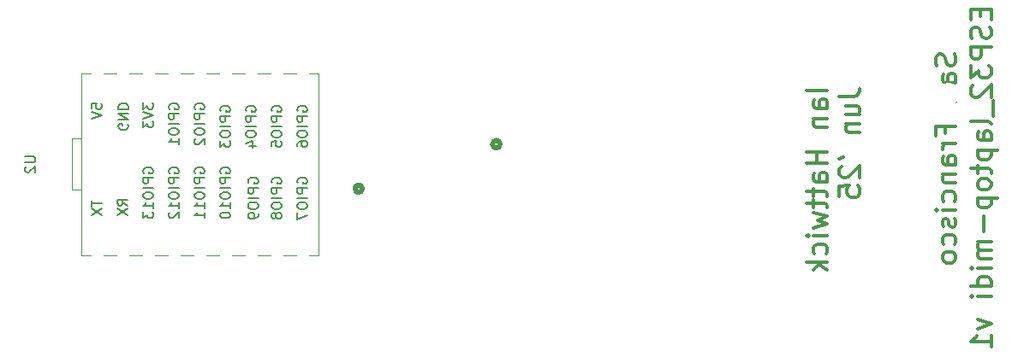
<source format=gbo>
G04 #@! TF.GenerationSoftware,KiCad,Pcbnew,8.0.7*
G04 #@! TF.CreationDate,2025-07-02T20:48:29-04:00*
G04 #@! TF.ProjectId,ESP32_laptop-midi,45535033-325f-46c6-9170-746f702d6d69,rev?*
G04 #@! TF.SameCoordinates,Original*
G04 #@! TF.FileFunction,Legend,Bot*
G04 #@! TF.FilePolarity,Positive*
%FSLAX46Y46*%
G04 Gerber Fmt 4.6, Leading zero omitted, Abs format (unit mm)*
G04 Created by KiCad (PCBNEW 8.0.7) date 2025-07-02 20:48:29*
%MOMM*%
%LPD*%
G01*
G04 APERTURE LIST*
G04 Aperture macros list*
%AMFreePoly0*
4,1,11,0.558779,3.080902,0.595106,3.030902,0.600000,3.000000,0.600000,-1.000000,-0.600000,-1.000000,-0.600000,3.000000,-0.580902,3.058779,-0.530902,3.095106,-0.500000,3.100000,0.500000,3.100000,0.558779,3.080902,0.558779,3.080902,$1*%
G04 Aperture macros list end*
%ADD10C,0.300000*%
%ADD11C,0.150000*%
%ADD12C,0.508000*%
%ADD13C,0.120000*%
%ADD14C,1.700000*%
%ADD15C,4.000000*%
%ADD16C,2.200000*%
%ADD17C,3.200000*%
%ADD18O,2.500000X3.500000*%
%ADD19C,1.524000*%
%ADD20FreePoly0,0.000000*%
%ADD21FreePoly0,180.000000*%
G04 APERTURE END LIST*
D10*
X227019750Y-33673558D02*
X225019750Y-33673558D01*
X227019750Y-35483082D02*
X225972131Y-35483082D01*
X225972131Y-35483082D02*
X225781654Y-35387844D01*
X225781654Y-35387844D02*
X225686416Y-35197368D01*
X225686416Y-35197368D02*
X225686416Y-34816415D01*
X225686416Y-34816415D02*
X225781654Y-34625939D01*
X226924512Y-35483082D02*
X227019750Y-35292606D01*
X227019750Y-35292606D02*
X227019750Y-34816415D01*
X227019750Y-34816415D02*
X226924512Y-34625939D01*
X226924512Y-34625939D02*
X226734035Y-34530701D01*
X226734035Y-34530701D02*
X226543559Y-34530701D01*
X226543559Y-34530701D02*
X226353083Y-34625939D01*
X226353083Y-34625939D02*
X226257845Y-34816415D01*
X226257845Y-34816415D02*
X226257845Y-35292606D01*
X226257845Y-35292606D02*
X226162607Y-35483082D01*
X225686416Y-36435463D02*
X227019750Y-36435463D01*
X225876892Y-36435463D02*
X225781654Y-36530701D01*
X225781654Y-36530701D02*
X225686416Y-36721177D01*
X225686416Y-36721177D02*
X225686416Y-37006892D01*
X225686416Y-37006892D02*
X225781654Y-37197368D01*
X225781654Y-37197368D02*
X225972131Y-37292606D01*
X225972131Y-37292606D02*
X227019750Y-37292606D01*
X227019750Y-39768797D02*
X225019750Y-39768797D01*
X225972131Y-39768797D02*
X225972131Y-40911654D01*
X227019750Y-40911654D02*
X225019750Y-40911654D01*
X227019750Y-42721178D02*
X225972131Y-42721178D01*
X225972131Y-42721178D02*
X225781654Y-42625940D01*
X225781654Y-42625940D02*
X225686416Y-42435464D01*
X225686416Y-42435464D02*
X225686416Y-42054511D01*
X225686416Y-42054511D02*
X225781654Y-41864035D01*
X226924512Y-42721178D02*
X227019750Y-42530702D01*
X227019750Y-42530702D02*
X227019750Y-42054511D01*
X227019750Y-42054511D02*
X226924512Y-41864035D01*
X226924512Y-41864035D02*
X226734035Y-41768797D01*
X226734035Y-41768797D02*
X226543559Y-41768797D01*
X226543559Y-41768797D02*
X226353083Y-41864035D01*
X226353083Y-41864035D02*
X226257845Y-42054511D01*
X226257845Y-42054511D02*
X226257845Y-42530702D01*
X226257845Y-42530702D02*
X226162607Y-42721178D01*
X225686416Y-43387845D02*
X225686416Y-44149749D01*
X225019750Y-43673559D02*
X226734035Y-43673559D01*
X226734035Y-43673559D02*
X226924512Y-43768797D01*
X226924512Y-43768797D02*
X227019750Y-43959273D01*
X227019750Y-43959273D02*
X227019750Y-44149749D01*
X225686416Y-44530702D02*
X225686416Y-45292606D01*
X225019750Y-44816416D02*
X226734035Y-44816416D01*
X226734035Y-44816416D02*
X226924512Y-44911654D01*
X226924512Y-44911654D02*
X227019750Y-45102130D01*
X227019750Y-45102130D02*
X227019750Y-45292606D01*
X225686416Y-45768797D02*
X227019750Y-46149749D01*
X227019750Y-46149749D02*
X226067369Y-46530702D01*
X226067369Y-46530702D02*
X227019750Y-46911654D01*
X227019750Y-46911654D02*
X225686416Y-47292606D01*
X227019750Y-48054511D02*
X225686416Y-48054511D01*
X225019750Y-48054511D02*
X225114988Y-47959273D01*
X225114988Y-47959273D02*
X225210226Y-48054511D01*
X225210226Y-48054511D02*
X225114988Y-48149749D01*
X225114988Y-48149749D02*
X225019750Y-48054511D01*
X225019750Y-48054511D02*
X225210226Y-48054511D01*
X226924512Y-49864035D02*
X227019750Y-49673559D01*
X227019750Y-49673559D02*
X227019750Y-49292606D01*
X227019750Y-49292606D02*
X226924512Y-49102130D01*
X226924512Y-49102130D02*
X226829273Y-49006892D01*
X226829273Y-49006892D02*
X226638797Y-48911654D01*
X226638797Y-48911654D02*
X226067369Y-48911654D01*
X226067369Y-48911654D02*
X225876892Y-49006892D01*
X225876892Y-49006892D02*
X225781654Y-49102130D01*
X225781654Y-49102130D02*
X225686416Y-49292606D01*
X225686416Y-49292606D02*
X225686416Y-49673559D01*
X225686416Y-49673559D02*
X225781654Y-49864035D01*
X227019750Y-50721178D02*
X225019750Y-50721178D01*
X226257845Y-50911654D02*
X227019750Y-51483083D01*
X225686416Y-51483083D02*
X226448321Y-50721178D01*
X228239638Y-34244987D02*
X229668209Y-34244987D01*
X229668209Y-34244987D02*
X229953923Y-34149748D01*
X229953923Y-34149748D02*
X230144400Y-33959272D01*
X230144400Y-33959272D02*
X230239638Y-33673558D01*
X230239638Y-33673558D02*
X230239638Y-33483082D01*
X228906304Y-36054511D02*
X230239638Y-36054511D01*
X228906304Y-35197368D02*
X229953923Y-35197368D01*
X229953923Y-35197368D02*
X230144400Y-35292606D01*
X230144400Y-35292606D02*
X230239638Y-35483082D01*
X230239638Y-35483082D02*
X230239638Y-35768797D01*
X230239638Y-35768797D02*
X230144400Y-35959273D01*
X230144400Y-35959273D02*
X230049161Y-36054511D01*
X228906304Y-37006892D02*
X230239638Y-37006892D01*
X229096780Y-37006892D02*
X229001542Y-37102130D01*
X229001542Y-37102130D02*
X228906304Y-37292606D01*
X228906304Y-37292606D02*
X228906304Y-37578321D01*
X228906304Y-37578321D02*
X229001542Y-37768797D01*
X229001542Y-37768797D02*
X229192019Y-37864035D01*
X229192019Y-37864035D02*
X230239638Y-37864035D01*
X228239638Y-40435464D02*
X228620590Y-40244988D01*
X228430114Y-41197369D02*
X228334876Y-41292607D01*
X228334876Y-41292607D02*
X228239638Y-41483083D01*
X228239638Y-41483083D02*
X228239638Y-41959274D01*
X228239638Y-41959274D02*
X228334876Y-42149750D01*
X228334876Y-42149750D02*
X228430114Y-42244988D01*
X228430114Y-42244988D02*
X228620590Y-42340226D01*
X228620590Y-42340226D02*
X228811066Y-42340226D01*
X228811066Y-42340226D02*
X229096780Y-42244988D01*
X229096780Y-42244988D02*
X230239638Y-41102131D01*
X230239638Y-41102131D02*
X230239638Y-42340226D01*
X228239638Y-44149750D02*
X228239638Y-43197369D01*
X228239638Y-43197369D02*
X229192019Y-43102131D01*
X229192019Y-43102131D02*
X229096780Y-43197369D01*
X229096780Y-43197369D02*
X229001542Y-43387845D01*
X229001542Y-43387845D02*
X229001542Y-43864036D01*
X229001542Y-43864036D02*
X229096780Y-44054512D01*
X229096780Y-44054512D02*
X229192019Y-44149750D01*
X229192019Y-44149750D02*
X229382495Y-44244988D01*
X229382495Y-44244988D02*
X229858685Y-44244988D01*
X229858685Y-44244988D02*
X230049161Y-44149750D01*
X230049161Y-44149750D02*
X230144400Y-44054512D01*
X230144400Y-44054512D02*
X230239638Y-43864036D01*
X230239638Y-43864036D02*
X230239638Y-43387845D01*
X230239638Y-43387845D02*
X230144400Y-43197369D01*
X230144400Y-43197369D02*
X230049161Y-43102131D01*
X239644400Y-30078320D02*
X239739638Y-30364034D01*
X239739638Y-30364034D02*
X239739638Y-30840225D01*
X239739638Y-30840225D02*
X239644400Y-31030701D01*
X239644400Y-31030701D02*
X239549161Y-31125939D01*
X239549161Y-31125939D02*
X239358685Y-31221177D01*
X239358685Y-31221177D02*
X239168209Y-31221177D01*
X239168209Y-31221177D02*
X238977733Y-31125939D01*
X238977733Y-31125939D02*
X238882495Y-31030701D01*
X238882495Y-31030701D02*
X238787257Y-30840225D01*
X238787257Y-30840225D02*
X238692019Y-30459272D01*
X238692019Y-30459272D02*
X238596780Y-30268796D01*
X238596780Y-30268796D02*
X238501542Y-30173558D01*
X238501542Y-30173558D02*
X238311066Y-30078320D01*
X238311066Y-30078320D02*
X238120590Y-30078320D01*
X238120590Y-30078320D02*
X237930114Y-30173558D01*
X237930114Y-30173558D02*
X237834876Y-30268796D01*
X237834876Y-30268796D02*
X237739638Y-30459272D01*
X237739638Y-30459272D02*
X237739638Y-30935463D01*
X237739638Y-30935463D02*
X237834876Y-31221177D01*
X239739638Y-32935463D02*
X238692019Y-32935463D01*
X238692019Y-32935463D02*
X238501542Y-32840225D01*
X238501542Y-32840225D02*
X238406304Y-32649749D01*
X238406304Y-32649749D02*
X238406304Y-32268796D01*
X238406304Y-32268796D02*
X238501542Y-32078320D01*
X239644400Y-32935463D02*
X239739638Y-32744987D01*
X239739638Y-32744987D02*
X239739638Y-32268796D01*
X239739638Y-32268796D02*
X239644400Y-32078320D01*
X239644400Y-32078320D02*
X239453923Y-31983082D01*
X239453923Y-31983082D02*
X239263447Y-31983082D01*
X239263447Y-31983082D02*
X239072971Y-32078320D01*
X239072971Y-32078320D02*
X238977733Y-32268796D01*
X238977733Y-32268796D02*
X238977733Y-32744987D01*
X238977733Y-32744987D02*
X238882495Y-32935463D01*
X238406304Y-33887844D02*
X239739638Y-33887844D01*
X238596780Y-33887844D02*
X238501542Y-33983082D01*
X238501542Y-33983082D02*
X238406304Y-34173558D01*
X238406304Y-34173558D02*
X238406304Y-34459273D01*
X238406304Y-34459273D02*
X238501542Y-34649749D01*
X238501542Y-34649749D02*
X238692019Y-34744987D01*
X238692019Y-34744987D02*
X239739638Y-34744987D01*
X238692019Y-37887845D02*
X238692019Y-37221178D01*
X239739638Y-37221178D02*
X237739638Y-37221178D01*
X237739638Y-37221178D02*
X237739638Y-38173559D01*
X239739638Y-38935464D02*
X238406304Y-38935464D01*
X238787257Y-38935464D02*
X238596780Y-39030702D01*
X238596780Y-39030702D02*
X238501542Y-39125940D01*
X238501542Y-39125940D02*
X238406304Y-39316416D01*
X238406304Y-39316416D02*
X238406304Y-39506893D01*
X239739638Y-41030702D02*
X238692019Y-41030702D01*
X238692019Y-41030702D02*
X238501542Y-40935464D01*
X238501542Y-40935464D02*
X238406304Y-40744988D01*
X238406304Y-40744988D02*
X238406304Y-40364035D01*
X238406304Y-40364035D02*
X238501542Y-40173559D01*
X239644400Y-41030702D02*
X239739638Y-40840226D01*
X239739638Y-40840226D02*
X239739638Y-40364035D01*
X239739638Y-40364035D02*
X239644400Y-40173559D01*
X239644400Y-40173559D02*
X239453923Y-40078321D01*
X239453923Y-40078321D02*
X239263447Y-40078321D01*
X239263447Y-40078321D02*
X239072971Y-40173559D01*
X239072971Y-40173559D02*
X238977733Y-40364035D01*
X238977733Y-40364035D02*
X238977733Y-40840226D01*
X238977733Y-40840226D02*
X238882495Y-41030702D01*
X238406304Y-41983083D02*
X239739638Y-41983083D01*
X238596780Y-41983083D02*
X238501542Y-42078321D01*
X238501542Y-42078321D02*
X238406304Y-42268797D01*
X238406304Y-42268797D02*
X238406304Y-42554512D01*
X238406304Y-42554512D02*
X238501542Y-42744988D01*
X238501542Y-42744988D02*
X238692019Y-42840226D01*
X238692019Y-42840226D02*
X239739638Y-42840226D01*
X239644400Y-44649750D02*
X239739638Y-44459274D01*
X239739638Y-44459274D02*
X239739638Y-44078321D01*
X239739638Y-44078321D02*
X239644400Y-43887845D01*
X239644400Y-43887845D02*
X239549161Y-43792607D01*
X239549161Y-43792607D02*
X239358685Y-43697369D01*
X239358685Y-43697369D02*
X238787257Y-43697369D01*
X238787257Y-43697369D02*
X238596780Y-43792607D01*
X238596780Y-43792607D02*
X238501542Y-43887845D01*
X238501542Y-43887845D02*
X238406304Y-44078321D01*
X238406304Y-44078321D02*
X238406304Y-44459274D01*
X238406304Y-44459274D02*
X238501542Y-44649750D01*
X239739638Y-45506893D02*
X238406304Y-45506893D01*
X237739638Y-45506893D02*
X237834876Y-45411655D01*
X237834876Y-45411655D02*
X237930114Y-45506893D01*
X237930114Y-45506893D02*
X237834876Y-45602131D01*
X237834876Y-45602131D02*
X237739638Y-45506893D01*
X237739638Y-45506893D02*
X237930114Y-45506893D01*
X239644400Y-46364036D02*
X239739638Y-46554512D01*
X239739638Y-46554512D02*
X239739638Y-46935464D01*
X239739638Y-46935464D02*
X239644400Y-47125941D01*
X239644400Y-47125941D02*
X239453923Y-47221179D01*
X239453923Y-47221179D02*
X239358685Y-47221179D01*
X239358685Y-47221179D02*
X239168209Y-47125941D01*
X239168209Y-47125941D02*
X239072971Y-46935464D01*
X239072971Y-46935464D02*
X239072971Y-46649750D01*
X239072971Y-46649750D02*
X238977733Y-46459274D01*
X238977733Y-46459274D02*
X238787257Y-46364036D01*
X238787257Y-46364036D02*
X238692019Y-46364036D01*
X238692019Y-46364036D02*
X238501542Y-46459274D01*
X238501542Y-46459274D02*
X238406304Y-46649750D01*
X238406304Y-46649750D02*
X238406304Y-46935464D01*
X238406304Y-46935464D02*
X238501542Y-47125941D01*
X239644400Y-48935465D02*
X239739638Y-48744989D01*
X239739638Y-48744989D02*
X239739638Y-48364036D01*
X239739638Y-48364036D02*
X239644400Y-48173560D01*
X239644400Y-48173560D02*
X239549161Y-48078322D01*
X239549161Y-48078322D02*
X239358685Y-47983084D01*
X239358685Y-47983084D02*
X238787257Y-47983084D01*
X238787257Y-47983084D02*
X238596780Y-48078322D01*
X238596780Y-48078322D02*
X238501542Y-48173560D01*
X238501542Y-48173560D02*
X238406304Y-48364036D01*
X238406304Y-48364036D02*
X238406304Y-48744989D01*
X238406304Y-48744989D02*
X238501542Y-48935465D01*
X239739638Y-50078322D02*
X239644400Y-49887846D01*
X239644400Y-49887846D02*
X239549161Y-49792608D01*
X239549161Y-49792608D02*
X239358685Y-49697370D01*
X239358685Y-49697370D02*
X238787257Y-49697370D01*
X238787257Y-49697370D02*
X238596780Y-49792608D01*
X238596780Y-49792608D02*
X238501542Y-49887846D01*
X238501542Y-49887846D02*
X238406304Y-50078322D01*
X238406304Y-50078322D02*
X238406304Y-50364037D01*
X238406304Y-50364037D02*
X238501542Y-50554513D01*
X238501542Y-50554513D02*
X238596780Y-50649751D01*
X238596780Y-50649751D02*
X238787257Y-50744989D01*
X238787257Y-50744989D02*
X239358685Y-50744989D01*
X239358685Y-50744989D02*
X239549161Y-50649751D01*
X239549161Y-50649751D02*
X239644400Y-50554513D01*
X239644400Y-50554513D02*
X239739638Y-50364037D01*
X239739638Y-50364037D02*
X239739638Y-50078322D01*
X242192019Y-25673558D02*
X242192019Y-26340225D01*
X243239638Y-26625939D02*
X243239638Y-25673558D01*
X243239638Y-25673558D02*
X241239638Y-25673558D01*
X241239638Y-25673558D02*
X241239638Y-26625939D01*
X243144400Y-27387844D02*
X243239638Y-27673558D01*
X243239638Y-27673558D02*
X243239638Y-28149749D01*
X243239638Y-28149749D02*
X243144400Y-28340225D01*
X243144400Y-28340225D02*
X243049161Y-28435463D01*
X243049161Y-28435463D02*
X242858685Y-28530701D01*
X242858685Y-28530701D02*
X242668209Y-28530701D01*
X242668209Y-28530701D02*
X242477733Y-28435463D01*
X242477733Y-28435463D02*
X242382495Y-28340225D01*
X242382495Y-28340225D02*
X242287257Y-28149749D01*
X242287257Y-28149749D02*
X242192019Y-27768796D01*
X242192019Y-27768796D02*
X242096780Y-27578320D01*
X242096780Y-27578320D02*
X242001542Y-27483082D01*
X242001542Y-27483082D02*
X241811066Y-27387844D01*
X241811066Y-27387844D02*
X241620590Y-27387844D01*
X241620590Y-27387844D02*
X241430114Y-27483082D01*
X241430114Y-27483082D02*
X241334876Y-27578320D01*
X241334876Y-27578320D02*
X241239638Y-27768796D01*
X241239638Y-27768796D02*
X241239638Y-28244987D01*
X241239638Y-28244987D02*
X241334876Y-28530701D01*
X243239638Y-29387844D02*
X241239638Y-29387844D01*
X241239638Y-29387844D02*
X241239638Y-30149749D01*
X241239638Y-30149749D02*
X241334876Y-30340225D01*
X241334876Y-30340225D02*
X241430114Y-30435463D01*
X241430114Y-30435463D02*
X241620590Y-30530701D01*
X241620590Y-30530701D02*
X241906304Y-30530701D01*
X241906304Y-30530701D02*
X242096780Y-30435463D01*
X242096780Y-30435463D02*
X242192019Y-30340225D01*
X242192019Y-30340225D02*
X242287257Y-30149749D01*
X242287257Y-30149749D02*
X242287257Y-29387844D01*
X241239638Y-31197368D02*
X241239638Y-32435463D01*
X241239638Y-32435463D02*
X242001542Y-31768796D01*
X242001542Y-31768796D02*
X242001542Y-32054511D01*
X242001542Y-32054511D02*
X242096780Y-32244987D01*
X242096780Y-32244987D02*
X242192019Y-32340225D01*
X242192019Y-32340225D02*
X242382495Y-32435463D01*
X242382495Y-32435463D02*
X242858685Y-32435463D01*
X242858685Y-32435463D02*
X243049161Y-32340225D01*
X243049161Y-32340225D02*
X243144400Y-32244987D01*
X243144400Y-32244987D02*
X243239638Y-32054511D01*
X243239638Y-32054511D02*
X243239638Y-31483082D01*
X243239638Y-31483082D02*
X243144400Y-31292606D01*
X243144400Y-31292606D02*
X243049161Y-31197368D01*
X241430114Y-33197368D02*
X241334876Y-33292606D01*
X241334876Y-33292606D02*
X241239638Y-33483082D01*
X241239638Y-33483082D02*
X241239638Y-33959273D01*
X241239638Y-33959273D02*
X241334876Y-34149749D01*
X241334876Y-34149749D02*
X241430114Y-34244987D01*
X241430114Y-34244987D02*
X241620590Y-34340225D01*
X241620590Y-34340225D02*
X241811066Y-34340225D01*
X241811066Y-34340225D02*
X242096780Y-34244987D01*
X242096780Y-34244987D02*
X243239638Y-33102130D01*
X243239638Y-33102130D02*
X243239638Y-34340225D01*
X243430114Y-34721178D02*
X243430114Y-36244987D01*
X243239638Y-37006892D02*
X243144400Y-36816416D01*
X243144400Y-36816416D02*
X242953923Y-36721178D01*
X242953923Y-36721178D02*
X241239638Y-36721178D01*
X243239638Y-38625940D02*
X242192019Y-38625940D01*
X242192019Y-38625940D02*
X242001542Y-38530702D01*
X242001542Y-38530702D02*
X241906304Y-38340226D01*
X241906304Y-38340226D02*
X241906304Y-37959273D01*
X241906304Y-37959273D02*
X242001542Y-37768797D01*
X243144400Y-38625940D02*
X243239638Y-38435464D01*
X243239638Y-38435464D02*
X243239638Y-37959273D01*
X243239638Y-37959273D02*
X243144400Y-37768797D01*
X243144400Y-37768797D02*
X242953923Y-37673559D01*
X242953923Y-37673559D02*
X242763447Y-37673559D01*
X242763447Y-37673559D02*
X242572971Y-37768797D01*
X242572971Y-37768797D02*
X242477733Y-37959273D01*
X242477733Y-37959273D02*
X242477733Y-38435464D01*
X242477733Y-38435464D02*
X242382495Y-38625940D01*
X241906304Y-39578321D02*
X243906304Y-39578321D01*
X242001542Y-39578321D02*
X241906304Y-39768797D01*
X241906304Y-39768797D02*
X241906304Y-40149750D01*
X241906304Y-40149750D02*
X242001542Y-40340226D01*
X242001542Y-40340226D02*
X242096780Y-40435464D01*
X242096780Y-40435464D02*
X242287257Y-40530702D01*
X242287257Y-40530702D02*
X242858685Y-40530702D01*
X242858685Y-40530702D02*
X243049161Y-40435464D01*
X243049161Y-40435464D02*
X243144400Y-40340226D01*
X243144400Y-40340226D02*
X243239638Y-40149750D01*
X243239638Y-40149750D02*
X243239638Y-39768797D01*
X243239638Y-39768797D02*
X243144400Y-39578321D01*
X241906304Y-41102131D02*
X241906304Y-41864035D01*
X241239638Y-41387845D02*
X242953923Y-41387845D01*
X242953923Y-41387845D02*
X243144400Y-41483083D01*
X243144400Y-41483083D02*
X243239638Y-41673559D01*
X243239638Y-41673559D02*
X243239638Y-41864035D01*
X243239638Y-42816416D02*
X243144400Y-42625940D01*
X243144400Y-42625940D02*
X243049161Y-42530702D01*
X243049161Y-42530702D02*
X242858685Y-42435464D01*
X242858685Y-42435464D02*
X242287257Y-42435464D01*
X242287257Y-42435464D02*
X242096780Y-42530702D01*
X242096780Y-42530702D02*
X242001542Y-42625940D01*
X242001542Y-42625940D02*
X241906304Y-42816416D01*
X241906304Y-42816416D02*
X241906304Y-43102131D01*
X241906304Y-43102131D02*
X242001542Y-43292607D01*
X242001542Y-43292607D02*
X242096780Y-43387845D01*
X242096780Y-43387845D02*
X242287257Y-43483083D01*
X242287257Y-43483083D02*
X242858685Y-43483083D01*
X242858685Y-43483083D02*
X243049161Y-43387845D01*
X243049161Y-43387845D02*
X243144400Y-43292607D01*
X243144400Y-43292607D02*
X243239638Y-43102131D01*
X243239638Y-43102131D02*
X243239638Y-42816416D01*
X241906304Y-44340226D02*
X243906304Y-44340226D01*
X242001542Y-44340226D02*
X241906304Y-44530702D01*
X241906304Y-44530702D02*
X241906304Y-44911655D01*
X241906304Y-44911655D02*
X242001542Y-45102131D01*
X242001542Y-45102131D02*
X242096780Y-45197369D01*
X242096780Y-45197369D02*
X242287257Y-45292607D01*
X242287257Y-45292607D02*
X242858685Y-45292607D01*
X242858685Y-45292607D02*
X243049161Y-45197369D01*
X243049161Y-45197369D02*
X243144400Y-45102131D01*
X243144400Y-45102131D02*
X243239638Y-44911655D01*
X243239638Y-44911655D02*
X243239638Y-44530702D01*
X243239638Y-44530702D02*
X243144400Y-44340226D01*
X242477733Y-46149750D02*
X242477733Y-47673560D01*
X243239638Y-48625940D02*
X241906304Y-48625940D01*
X242096780Y-48625940D02*
X242001542Y-48721178D01*
X242001542Y-48721178D02*
X241906304Y-48911654D01*
X241906304Y-48911654D02*
X241906304Y-49197369D01*
X241906304Y-49197369D02*
X242001542Y-49387845D01*
X242001542Y-49387845D02*
X242192019Y-49483083D01*
X242192019Y-49483083D02*
X243239638Y-49483083D01*
X242192019Y-49483083D02*
X242001542Y-49578321D01*
X242001542Y-49578321D02*
X241906304Y-49768797D01*
X241906304Y-49768797D02*
X241906304Y-50054511D01*
X241906304Y-50054511D02*
X242001542Y-50244988D01*
X242001542Y-50244988D02*
X242192019Y-50340226D01*
X242192019Y-50340226D02*
X243239638Y-50340226D01*
X243239638Y-51292607D02*
X241906304Y-51292607D01*
X241239638Y-51292607D02*
X241334876Y-51197369D01*
X241334876Y-51197369D02*
X241430114Y-51292607D01*
X241430114Y-51292607D02*
X241334876Y-51387845D01*
X241334876Y-51387845D02*
X241239638Y-51292607D01*
X241239638Y-51292607D02*
X241430114Y-51292607D01*
X243239638Y-53102131D02*
X241239638Y-53102131D01*
X243144400Y-53102131D02*
X243239638Y-52911655D01*
X243239638Y-52911655D02*
X243239638Y-52530702D01*
X243239638Y-52530702D02*
X243144400Y-52340226D01*
X243144400Y-52340226D02*
X243049161Y-52244988D01*
X243049161Y-52244988D02*
X242858685Y-52149750D01*
X242858685Y-52149750D02*
X242287257Y-52149750D01*
X242287257Y-52149750D02*
X242096780Y-52244988D01*
X242096780Y-52244988D02*
X242001542Y-52340226D01*
X242001542Y-52340226D02*
X241906304Y-52530702D01*
X241906304Y-52530702D02*
X241906304Y-52911655D01*
X241906304Y-52911655D02*
X242001542Y-53102131D01*
X243239638Y-54054512D02*
X241906304Y-54054512D01*
X241239638Y-54054512D02*
X241334876Y-53959274D01*
X241334876Y-53959274D02*
X241430114Y-54054512D01*
X241430114Y-54054512D02*
X241334876Y-54149750D01*
X241334876Y-54149750D02*
X241239638Y-54054512D01*
X241239638Y-54054512D02*
X241430114Y-54054512D01*
X241906304Y-56340227D02*
X243239638Y-56816417D01*
X243239638Y-56816417D02*
X241906304Y-57292608D01*
X243239638Y-59102132D02*
X243239638Y-57959275D01*
X243239638Y-58530703D02*
X241239638Y-58530703D01*
X241239638Y-58530703D02*
X241525352Y-58340227D01*
X241525352Y-58340227D02*
X241715828Y-58149751D01*
X241715828Y-58149751D02*
X241811066Y-57959275D01*
D11*
X147714819Y-40238095D02*
X148524342Y-40238095D01*
X148524342Y-40238095D02*
X148619580Y-40285714D01*
X148619580Y-40285714D02*
X148667200Y-40333333D01*
X148667200Y-40333333D02*
X148714819Y-40428571D01*
X148714819Y-40428571D02*
X148714819Y-40619047D01*
X148714819Y-40619047D02*
X148667200Y-40714285D01*
X148667200Y-40714285D02*
X148619580Y-40761904D01*
X148619580Y-40761904D02*
X148524342Y-40809523D01*
X148524342Y-40809523D02*
X147714819Y-40809523D01*
X147810057Y-41238095D02*
X147762438Y-41285714D01*
X147762438Y-41285714D02*
X147714819Y-41380952D01*
X147714819Y-41380952D02*
X147714819Y-41619047D01*
X147714819Y-41619047D02*
X147762438Y-41714285D01*
X147762438Y-41714285D02*
X147810057Y-41761904D01*
X147810057Y-41761904D02*
X147905295Y-41809523D01*
X147905295Y-41809523D02*
X148000533Y-41809523D01*
X148000533Y-41809523D02*
X148143390Y-41761904D01*
X148143390Y-41761904D02*
X148714819Y-41190476D01*
X148714819Y-41190476D02*
X148714819Y-41809523D01*
X154294819Y-44592267D02*
X154294819Y-45163695D01*
X155294819Y-44877981D02*
X154294819Y-44877981D01*
X154294819Y-45401791D02*
X155294819Y-46068457D01*
X154294819Y-46068457D02*
X155294819Y-45401791D01*
X154294819Y-35462969D02*
X154294819Y-34986779D01*
X154294819Y-34986779D02*
X154771009Y-34939160D01*
X154771009Y-34939160D02*
X154723390Y-34986779D01*
X154723390Y-34986779D02*
X154675771Y-35082017D01*
X154675771Y-35082017D02*
X154675771Y-35320112D01*
X154675771Y-35320112D02*
X154723390Y-35415350D01*
X154723390Y-35415350D02*
X154771009Y-35462969D01*
X154771009Y-35462969D02*
X154866247Y-35510588D01*
X154866247Y-35510588D02*
X155104342Y-35510588D01*
X155104342Y-35510588D02*
X155199580Y-35462969D01*
X155199580Y-35462969D02*
X155247200Y-35415350D01*
X155247200Y-35415350D02*
X155294819Y-35320112D01*
X155294819Y-35320112D02*
X155294819Y-35082017D01*
X155294819Y-35082017D02*
X155247200Y-34986779D01*
X155247200Y-34986779D02*
X155199580Y-34939160D01*
X154294819Y-35796303D02*
X155294819Y-36129636D01*
X155294819Y-36129636D02*
X154294819Y-36462969D01*
X164502438Y-35510588D02*
X164454819Y-35415350D01*
X164454819Y-35415350D02*
X164454819Y-35272493D01*
X164454819Y-35272493D02*
X164502438Y-35129636D01*
X164502438Y-35129636D02*
X164597676Y-35034398D01*
X164597676Y-35034398D02*
X164692914Y-34986779D01*
X164692914Y-34986779D02*
X164883390Y-34939160D01*
X164883390Y-34939160D02*
X165026247Y-34939160D01*
X165026247Y-34939160D02*
X165216723Y-34986779D01*
X165216723Y-34986779D02*
X165311961Y-35034398D01*
X165311961Y-35034398D02*
X165407200Y-35129636D01*
X165407200Y-35129636D02*
X165454819Y-35272493D01*
X165454819Y-35272493D02*
X165454819Y-35367731D01*
X165454819Y-35367731D02*
X165407200Y-35510588D01*
X165407200Y-35510588D02*
X165359580Y-35558207D01*
X165359580Y-35558207D02*
X165026247Y-35558207D01*
X165026247Y-35558207D02*
X165026247Y-35367731D01*
X165454819Y-35986779D02*
X164454819Y-35986779D01*
X164454819Y-35986779D02*
X164454819Y-36367731D01*
X164454819Y-36367731D02*
X164502438Y-36462969D01*
X164502438Y-36462969D02*
X164550057Y-36510588D01*
X164550057Y-36510588D02*
X164645295Y-36558207D01*
X164645295Y-36558207D02*
X164788152Y-36558207D01*
X164788152Y-36558207D02*
X164883390Y-36510588D01*
X164883390Y-36510588D02*
X164931009Y-36462969D01*
X164931009Y-36462969D02*
X164978628Y-36367731D01*
X164978628Y-36367731D02*
X164978628Y-35986779D01*
X165454819Y-36986779D02*
X164454819Y-36986779D01*
X164454819Y-37653445D02*
X164454819Y-37843921D01*
X164454819Y-37843921D02*
X164502438Y-37939159D01*
X164502438Y-37939159D02*
X164597676Y-38034397D01*
X164597676Y-38034397D02*
X164788152Y-38082016D01*
X164788152Y-38082016D02*
X165121485Y-38082016D01*
X165121485Y-38082016D02*
X165311961Y-38034397D01*
X165311961Y-38034397D02*
X165407200Y-37939159D01*
X165407200Y-37939159D02*
X165454819Y-37843921D01*
X165454819Y-37843921D02*
X165454819Y-37653445D01*
X165454819Y-37653445D02*
X165407200Y-37558207D01*
X165407200Y-37558207D02*
X165311961Y-37462969D01*
X165311961Y-37462969D02*
X165121485Y-37415350D01*
X165121485Y-37415350D02*
X164788152Y-37415350D01*
X164788152Y-37415350D02*
X164597676Y-37462969D01*
X164597676Y-37462969D02*
X164502438Y-37558207D01*
X164502438Y-37558207D02*
X164454819Y-37653445D01*
X164550057Y-38462969D02*
X164502438Y-38510588D01*
X164502438Y-38510588D02*
X164454819Y-38605826D01*
X164454819Y-38605826D02*
X164454819Y-38843921D01*
X164454819Y-38843921D02*
X164502438Y-38939159D01*
X164502438Y-38939159D02*
X164550057Y-38986778D01*
X164550057Y-38986778D02*
X164645295Y-39034397D01*
X164645295Y-39034397D02*
X164740533Y-39034397D01*
X164740533Y-39034397D02*
X164883390Y-38986778D01*
X164883390Y-38986778D02*
X165454819Y-38415350D01*
X165454819Y-38415350D02*
X165454819Y-39034397D01*
X157834819Y-45068457D02*
X157358628Y-44735124D01*
X157834819Y-44497029D02*
X156834819Y-44497029D01*
X156834819Y-44497029D02*
X156834819Y-44877981D01*
X156834819Y-44877981D02*
X156882438Y-44973219D01*
X156882438Y-44973219D02*
X156930057Y-45020838D01*
X156930057Y-45020838D02*
X157025295Y-45068457D01*
X157025295Y-45068457D02*
X157168152Y-45068457D01*
X157168152Y-45068457D02*
X157263390Y-45020838D01*
X157263390Y-45020838D02*
X157311009Y-44973219D01*
X157311009Y-44973219D02*
X157358628Y-44877981D01*
X157358628Y-44877981D02*
X157358628Y-44497029D01*
X156834819Y-45401791D02*
X157834819Y-46068457D01*
X156834819Y-46068457D02*
X157834819Y-45401791D01*
X157877561Y-37034398D02*
X157925180Y-37129636D01*
X157925180Y-37129636D02*
X157925180Y-37272493D01*
X157925180Y-37272493D02*
X157877561Y-37415350D01*
X157877561Y-37415350D02*
X157782323Y-37510588D01*
X157782323Y-37510588D02*
X157687085Y-37558207D01*
X157687085Y-37558207D02*
X157496609Y-37605826D01*
X157496609Y-37605826D02*
X157353752Y-37605826D01*
X157353752Y-37605826D02*
X157163276Y-37558207D01*
X157163276Y-37558207D02*
X157068038Y-37510588D01*
X157068038Y-37510588D02*
X156972800Y-37415350D01*
X156972800Y-37415350D02*
X156925180Y-37272493D01*
X156925180Y-37272493D02*
X156925180Y-37177255D01*
X156925180Y-37177255D02*
X156972800Y-37034398D01*
X156972800Y-37034398D02*
X157020419Y-36986779D01*
X157020419Y-36986779D02*
X157353752Y-36986779D01*
X157353752Y-36986779D02*
X157353752Y-37177255D01*
X156925180Y-36558207D02*
X157925180Y-36558207D01*
X157925180Y-36558207D02*
X156925180Y-35986779D01*
X156925180Y-35986779D02*
X157925180Y-35986779D01*
X156925180Y-35510588D02*
X157925180Y-35510588D01*
X157925180Y-35510588D02*
X157925180Y-35272493D01*
X157925180Y-35272493D02*
X157877561Y-35129636D01*
X157877561Y-35129636D02*
X157782323Y-35034398D01*
X157782323Y-35034398D02*
X157687085Y-34986779D01*
X157687085Y-34986779D02*
X157496609Y-34939160D01*
X157496609Y-34939160D02*
X157353752Y-34939160D01*
X157353752Y-34939160D02*
X157163276Y-34986779D01*
X157163276Y-34986779D02*
X157068038Y-35034398D01*
X157068038Y-35034398D02*
X156972800Y-35129636D01*
X156972800Y-35129636D02*
X156925180Y-35272493D01*
X156925180Y-35272493D02*
X156925180Y-35510588D01*
X169812437Y-42860588D02*
X169764818Y-42765350D01*
X169764818Y-42765350D02*
X169764818Y-42622493D01*
X169764818Y-42622493D02*
X169812437Y-42479636D01*
X169812437Y-42479636D02*
X169907675Y-42384398D01*
X169907675Y-42384398D02*
X170002913Y-42336779D01*
X170002913Y-42336779D02*
X170193389Y-42289160D01*
X170193389Y-42289160D02*
X170336246Y-42289160D01*
X170336246Y-42289160D02*
X170526722Y-42336779D01*
X170526722Y-42336779D02*
X170621960Y-42384398D01*
X170621960Y-42384398D02*
X170717199Y-42479636D01*
X170717199Y-42479636D02*
X170764818Y-42622493D01*
X170764818Y-42622493D02*
X170764818Y-42717731D01*
X170764818Y-42717731D02*
X170717199Y-42860588D01*
X170717199Y-42860588D02*
X170669579Y-42908207D01*
X170669579Y-42908207D02*
X170336246Y-42908207D01*
X170336246Y-42908207D02*
X170336246Y-42717731D01*
X170764818Y-43336779D02*
X169764818Y-43336779D01*
X169764818Y-43336779D02*
X169764818Y-43717731D01*
X169764818Y-43717731D02*
X169812437Y-43812969D01*
X169812437Y-43812969D02*
X169860056Y-43860588D01*
X169860056Y-43860588D02*
X169955294Y-43908207D01*
X169955294Y-43908207D02*
X170098151Y-43908207D01*
X170098151Y-43908207D02*
X170193389Y-43860588D01*
X170193389Y-43860588D02*
X170241008Y-43812969D01*
X170241008Y-43812969D02*
X170288627Y-43717731D01*
X170288627Y-43717731D02*
X170288627Y-43336779D01*
X170764818Y-44336779D02*
X169764818Y-44336779D01*
X169764818Y-45003445D02*
X169764818Y-45193921D01*
X169764818Y-45193921D02*
X169812437Y-45289159D01*
X169812437Y-45289159D02*
X169907675Y-45384397D01*
X169907675Y-45384397D02*
X170098151Y-45432016D01*
X170098151Y-45432016D02*
X170431484Y-45432016D01*
X170431484Y-45432016D02*
X170621960Y-45384397D01*
X170621960Y-45384397D02*
X170717199Y-45289159D01*
X170717199Y-45289159D02*
X170764818Y-45193921D01*
X170764818Y-45193921D02*
X170764818Y-45003445D01*
X170764818Y-45003445D02*
X170717199Y-44908207D01*
X170717199Y-44908207D02*
X170621960Y-44812969D01*
X170621960Y-44812969D02*
X170431484Y-44765350D01*
X170431484Y-44765350D02*
X170098151Y-44765350D01*
X170098151Y-44765350D02*
X169907675Y-44812969D01*
X169907675Y-44812969D02*
X169812437Y-44908207D01*
X169812437Y-44908207D02*
X169764818Y-45003445D01*
X170764818Y-45908207D02*
X170764818Y-46098683D01*
X170764818Y-46098683D02*
X170717199Y-46193921D01*
X170717199Y-46193921D02*
X170669579Y-46241540D01*
X170669579Y-46241540D02*
X170526722Y-46336778D01*
X170526722Y-46336778D02*
X170336246Y-46384397D01*
X170336246Y-46384397D02*
X169955294Y-46384397D01*
X169955294Y-46384397D02*
X169860056Y-46336778D01*
X169860056Y-46336778D02*
X169812437Y-46289159D01*
X169812437Y-46289159D02*
X169764818Y-46193921D01*
X169764818Y-46193921D02*
X169764818Y-46003445D01*
X169764818Y-46003445D02*
X169812437Y-45908207D01*
X169812437Y-45908207D02*
X169860056Y-45860588D01*
X169860056Y-45860588D02*
X169955294Y-45812969D01*
X169955294Y-45812969D02*
X170193389Y-45812969D01*
X170193389Y-45812969D02*
X170288627Y-45860588D01*
X170288627Y-45860588D02*
X170336246Y-45908207D01*
X170336246Y-45908207D02*
X170383865Y-46003445D01*
X170383865Y-46003445D02*
X170383865Y-46193921D01*
X170383865Y-46193921D02*
X170336246Y-46289159D01*
X170336246Y-46289159D02*
X170288627Y-46336778D01*
X170288627Y-46336778D02*
X170193389Y-46384397D01*
X174662438Y-42860588D02*
X174614819Y-42765350D01*
X174614819Y-42765350D02*
X174614819Y-42622493D01*
X174614819Y-42622493D02*
X174662438Y-42479636D01*
X174662438Y-42479636D02*
X174757676Y-42384398D01*
X174757676Y-42384398D02*
X174852914Y-42336779D01*
X174852914Y-42336779D02*
X175043390Y-42289160D01*
X175043390Y-42289160D02*
X175186247Y-42289160D01*
X175186247Y-42289160D02*
X175376723Y-42336779D01*
X175376723Y-42336779D02*
X175471961Y-42384398D01*
X175471961Y-42384398D02*
X175567200Y-42479636D01*
X175567200Y-42479636D02*
X175614819Y-42622493D01*
X175614819Y-42622493D02*
X175614819Y-42717731D01*
X175614819Y-42717731D02*
X175567200Y-42860588D01*
X175567200Y-42860588D02*
X175519580Y-42908207D01*
X175519580Y-42908207D02*
X175186247Y-42908207D01*
X175186247Y-42908207D02*
X175186247Y-42717731D01*
X175614819Y-43336779D02*
X174614819Y-43336779D01*
X174614819Y-43336779D02*
X174614819Y-43717731D01*
X174614819Y-43717731D02*
X174662438Y-43812969D01*
X174662438Y-43812969D02*
X174710057Y-43860588D01*
X174710057Y-43860588D02*
X174805295Y-43908207D01*
X174805295Y-43908207D02*
X174948152Y-43908207D01*
X174948152Y-43908207D02*
X175043390Y-43860588D01*
X175043390Y-43860588D02*
X175091009Y-43812969D01*
X175091009Y-43812969D02*
X175138628Y-43717731D01*
X175138628Y-43717731D02*
X175138628Y-43336779D01*
X175614819Y-44336779D02*
X174614819Y-44336779D01*
X174614819Y-45003445D02*
X174614819Y-45193921D01*
X174614819Y-45193921D02*
X174662438Y-45289159D01*
X174662438Y-45289159D02*
X174757676Y-45384397D01*
X174757676Y-45384397D02*
X174948152Y-45432016D01*
X174948152Y-45432016D02*
X175281485Y-45432016D01*
X175281485Y-45432016D02*
X175471961Y-45384397D01*
X175471961Y-45384397D02*
X175567200Y-45289159D01*
X175567200Y-45289159D02*
X175614819Y-45193921D01*
X175614819Y-45193921D02*
X175614819Y-45003445D01*
X175614819Y-45003445D02*
X175567200Y-44908207D01*
X175567200Y-44908207D02*
X175471961Y-44812969D01*
X175471961Y-44812969D02*
X175281485Y-44765350D01*
X175281485Y-44765350D02*
X174948152Y-44765350D01*
X174948152Y-44765350D02*
X174757676Y-44812969D01*
X174757676Y-44812969D02*
X174662438Y-44908207D01*
X174662438Y-44908207D02*
X174614819Y-45003445D01*
X174614819Y-45765350D02*
X174614819Y-46432016D01*
X174614819Y-46432016D02*
X175614819Y-46003445D01*
X164502438Y-41860588D02*
X164454819Y-41765350D01*
X164454819Y-41765350D02*
X164454819Y-41622493D01*
X164454819Y-41622493D02*
X164502438Y-41479636D01*
X164502438Y-41479636D02*
X164597676Y-41384398D01*
X164597676Y-41384398D02*
X164692914Y-41336779D01*
X164692914Y-41336779D02*
X164883390Y-41289160D01*
X164883390Y-41289160D02*
X165026247Y-41289160D01*
X165026247Y-41289160D02*
X165216723Y-41336779D01*
X165216723Y-41336779D02*
X165311961Y-41384398D01*
X165311961Y-41384398D02*
X165407200Y-41479636D01*
X165407200Y-41479636D02*
X165454819Y-41622493D01*
X165454819Y-41622493D02*
X165454819Y-41717731D01*
X165454819Y-41717731D02*
X165407200Y-41860588D01*
X165407200Y-41860588D02*
X165359580Y-41908207D01*
X165359580Y-41908207D02*
X165026247Y-41908207D01*
X165026247Y-41908207D02*
X165026247Y-41717731D01*
X165454819Y-42336779D02*
X164454819Y-42336779D01*
X164454819Y-42336779D02*
X164454819Y-42717731D01*
X164454819Y-42717731D02*
X164502438Y-42812969D01*
X164502438Y-42812969D02*
X164550057Y-42860588D01*
X164550057Y-42860588D02*
X164645295Y-42908207D01*
X164645295Y-42908207D02*
X164788152Y-42908207D01*
X164788152Y-42908207D02*
X164883390Y-42860588D01*
X164883390Y-42860588D02*
X164931009Y-42812969D01*
X164931009Y-42812969D02*
X164978628Y-42717731D01*
X164978628Y-42717731D02*
X164978628Y-42336779D01*
X165454819Y-43336779D02*
X164454819Y-43336779D01*
X164454819Y-44003445D02*
X164454819Y-44193921D01*
X164454819Y-44193921D02*
X164502438Y-44289159D01*
X164502438Y-44289159D02*
X164597676Y-44384397D01*
X164597676Y-44384397D02*
X164788152Y-44432016D01*
X164788152Y-44432016D02*
X165121485Y-44432016D01*
X165121485Y-44432016D02*
X165311961Y-44384397D01*
X165311961Y-44384397D02*
X165407200Y-44289159D01*
X165407200Y-44289159D02*
X165454819Y-44193921D01*
X165454819Y-44193921D02*
X165454819Y-44003445D01*
X165454819Y-44003445D02*
X165407200Y-43908207D01*
X165407200Y-43908207D02*
X165311961Y-43812969D01*
X165311961Y-43812969D02*
X165121485Y-43765350D01*
X165121485Y-43765350D02*
X164788152Y-43765350D01*
X164788152Y-43765350D02*
X164597676Y-43812969D01*
X164597676Y-43812969D02*
X164502438Y-43908207D01*
X164502438Y-43908207D02*
X164454819Y-44003445D01*
X165454819Y-45384397D02*
X165454819Y-44812969D01*
X165454819Y-45098683D02*
X164454819Y-45098683D01*
X164454819Y-45098683D02*
X164597676Y-45003445D01*
X164597676Y-45003445D02*
X164692914Y-44908207D01*
X164692914Y-44908207D02*
X164740533Y-44812969D01*
X165454819Y-46336778D02*
X165454819Y-45765350D01*
X165454819Y-46051064D02*
X164454819Y-46051064D01*
X164454819Y-46051064D02*
X164597676Y-45955826D01*
X164597676Y-45955826D02*
X164692914Y-45860588D01*
X164692914Y-45860588D02*
X164740533Y-45765350D01*
X172122438Y-42860588D02*
X172074819Y-42765350D01*
X172074819Y-42765350D02*
X172074819Y-42622493D01*
X172074819Y-42622493D02*
X172122438Y-42479636D01*
X172122438Y-42479636D02*
X172217676Y-42384398D01*
X172217676Y-42384398D02*
X172312914Y-42336779D01*
X172312914Y-42336779D02*
X172503390Y-42289160D01*
X172503390Y-42289160D02*
X172646247Y-42289160D01*
X172646247Y-42289160D02*
X172836723Y-42336779D01*
X172836723Y-42336779D02*
X172931961Y-42384398D01*
X172931961Y-42384398D02*
X173027200Y-42479636D01*
X173027200Y-42479636D02*
X173074819Y-42622493D01*
X173074819Y-42622493D02*
X173074819Y-42717731D01*
X173074819Y-42717731D02*
X173027200Y-42860588D01*
X173027200Y-42860588D02*
X172979580Y-42908207D01*
X172979580Y-42908207D02*
X172646247Y-42908207D01*
X172646247Y-42908207D02*
X172646247Y-42717731D01*
X173074819Y-43336779D02*
X172074819Y-43336779D01*
X172074819Y-43336779D02*
X172074819Y-43717731D01*
X172074819Y-43717731D02*
X172122438Y-43812969D01*
X172122438Y-43812969D02*
X172170057Y-43860588D01*
X172170057Y-43860588D02*
X172265295Y-43908207D01*
X172265295Y-43908207D02*
X172408152Y-43908207D01*
X172408152Y-43908207D02*
X172503390Y-43860588D01*
X172503390Y-43860588D02*
X172551009Y-43812969D01*
X172551009Y-43812969D02*
X172598628Y-43717731D01*
X172598628Y-43717731D02*
X172598628Y-43336779D01*
X173074819Y-44336779D02*
X172074819Y-44336779D01*
X172074819Y-45003445D02*
X172074819Y-45193921D01*
X172074819Y-45193921D02*
X172122438Y-45289159D01*
X172122438Y-45289159D02*
X172217676Y-45384397D01*
X172217676Y-45384397D02*
X172408152Y-45432016D01*
X172408152Y-45432016D02*
X172741485Y-45432016D01*
X172741485Y-45432016D02*
X172931961Y-45384397D01*
X172931961Y-45384397D02*
X173027200Y-45289159D01*
X173027200Y-45289159D02*
X173074819Y-45193921D01*
X173074819Y-45193921D02*
X173074819Y-45003445D01*
X173074819Y-45003445D02*
X173027200Y-44908207D01*
X173027200Y-44908207D02*
X172931961Y-44812969D01*
X172931961Y-44812969D02*
X172741485Y-44765350D01*
X172741485Y-44765350D02*
X172408152Y-44765350D01*
X172408152Y-44765350D02*
X172217676Y-44812969D01*
X172217676Y-44812969D02*
X172122438Y-44908207D01*
X172122438Y-44908207D02*
X172074819Y-45003445D01*
X172503390Y-46003445D02*
X172455771Y-45908207D01*
X172455771Y-45908207D02*
X172408152Y-45860588D01*
X172408152Y-45860588D02*
X172312914Y-45812969D01*
X172312914Y-45812969D02*
X172265295Y-45812969D01*
X172265295Y-45812969D02*
X172170057Y-45860588D01*
X172170057Y-45860588D02*
X172122438Y-45908207D01*
X172122438Y-45908207D02*
X172074819Y-46003445D01*
X172074819Y-46003445D02*
X172074819Y-46193921D01*
X172074819Y-46193921D02*
X172122438Y-46289159D01*
X172122438Y-46289159D02*
X172170057Y-46336778D01*
X172170057Y-46336778D02*
X172265295Y-46384397D01*
X172265295Y-46384397D02*
X172312914Y-46384397D01*
X172312914Y-46384397D02*
X172408152Y-46336778D01*
X172408152Y-46336778D02*
X172455771Y-46289159D01*
X172455771Y-46289159D02*
X172503390Y-46193921D01*
X172503390Y-46193921D02*
X172503390Y-46003445D01*
X172503390Y-46003445D02*
X172551009Y-45908207D01*
X172551009Y-45908207D02*
X172598628Y-45860588D01*
X172598628Y-45860588D02*
X172693866Y-45812969D01*
X172693866Y-45812969D02*
X172884342Y-45812969D01*
X172884342Y-45812969D02*
X172979580Y-45860588D01*
X172979580Y-45860588D02*
X173027200Y-45908207D01*
X173027200Y-45908207D02*
X173074819Y-46003445D01*
X173074819Y-46003445D02*
X173074819Y-46193921D01*
X173074819Y-46193921D02*
X173027200Y-46289159D01*
X173027200Y-46289159D02*
X172979580Y-46336778D01*
X172979580Y-46336778D02*
X172884342Y-46384397D01*
X172884342Y-46384397D02*
X172693866Y-46384397D01*
X172693866Y-46384397D02*
X172598628Y-46336778D01*
X172598628Y-46336778D02*
X172551009Y-46289159D01*
X172551009Y-46289159D02*
X172503390Y-46193921D01*
X167042438Y-41860588D02*
X166994819Y-41765350D01*
X166994819Y-41765350D02*
X166994819Y-41622493D01*
X166994819Y-41622493D02*
X167042438Y-41479636D01*
X167042438Y-41479636D02*
X167137676Y-41384398D01*
X167137676Y-41384398D02*
X167232914Y-41336779D01*
X167232914Y-41336779D02*
X167423390Y-41289160D01*
X167423390Y-41289160D02*
X167566247Y-41289160D01*
X167566247Y-41289160D02*
X167756723Y-41336779D01*
X167756723Y-41336779D02*
X167851961Y-41384398D01*
X167851961Y-41384398D02*
X167947200Y-41479636D01*
X167947200Y-41479636D02*
X167994819Y-41622493D01*
X167994819Y-41622493D02*
X167994819Y-41717731D01*
X167994819Y-41717731D02*
X167947200Y-41860588D01*
X167947200Y-41860588D02*
X167899580Y-41908207D01*
X167899580Y-41908207D02*
X167566247Y-41908207D01*
X167566247Y-41908207D02*
X167566247Y-41717731D01*
X167994819Y-42336779D02*
X166994819Y-42336779D01*
X166994819Y-42336779D02*
X166994819Y-42717731D01*
X166994819Y-42717731D02*
X167042438Y-42812969D01*
X167042438Y-42812969D02*
X167090057Y-42860588D01*
X167090057Y-42860588D02*
X167185295Y-42908207D01*
X167185295Y-42908207D02*
X167328152Y-42908207D01*
X167328152Y-42908207D02*
X167423390Y-42860588D01*
X167423390Y-42860588D02*
X167471009Y-42812969D01*
X167471009Y-42812969D02*
X167518628Y-42717731D01*
X167518628Y-42717731D02*
X167518628Y-42336779D01*
X167994819Y-43336779D02*
X166994819Y-43336779D01*
X166994819Y-44003445D02*
X166994819Y-44193921D01*
X166994819Y-44193921D02*
X167042438Y-44289159D01*
X167042438Y-44289159D02*
X167137676Y-44384397D01*
X167137676Y-44384397D02*
X167328152Y-44432016D01*
X167328152Y-44432016D02*
X167661485Y-44432016D01*
X167661485Y-44432016D02*
X167851961Y-44384397D01*
X167851961Y-44384397D02*
X167947200Y-44289159D01*
X167947200Y-44289159D02*
X167994819Y-44193921D01*
X167994819Y-44193921D02*
X167994819Y-44003445D01*
X167994819Y-44003445D02*
X167947200Y-43908207D01*
X167947200Y-43908207D02*
X167851961Y-43812969D01*
X167851961Y-43812969D02*
X167661485Y-43765350D01*
X167661485Y-43765350D02*
X167328152Y-43765350D01*
X167328152Y-43765350D02*
X167137676Y-43812969D01*
X167137676Y-43812969D02*
X167042438Y-43908207D01*
X167042438Y-43908207D02*
X166994819Y-44003445D01*
X167994819Y-45384397D02*
X167994819Y-44812969D01*
X167994819Y-45098683D02*
X166994819Y-45098683D01*
X166994819Y-45098683D02*
X167137676Y-45003445D01*
X167137676Y-45003445D02*
X167232914Y-44908207D01*
X167232914Y-44908207D02*
X167280533Y-44812969D01*
X166994819Y-46003445D02*
X166994819Y-46098683D01*
X166994819Y-46098683D02*
X167042438Y-46193921D01*
X167042438Y-46193921D02*
X167090057Y-46241540D01*
X167090057Y-46241540D02*
X167185295Y-46289159D01*
X167185295Y-46289159D02*
X167375771Y-46336778D01*
X167375771Y-46336778D02*
X167613866Y-46336778D01*
X167613866Y-46336778D02*
X167804342Y-46289159D01*
X167804342Y-46289159D02*
X167899580Y-46241540D01*
X167899580Y-46241540D02*
X167947200Y-46193921D01*
X167947200Y-46193921D02*
X167994819Y-46098683D01*
X167994819Y-46098683D02*
X167994819Y-46003445D01*
X167994819Y-46003445D02*
X167947200Y-45908207D01*
X167947200Y-45908207D02*
X167899580Y-45860588D01*
X167899580Y-45860588D02*
X167804342Y-45812969D01*
X167804342Y-45812969D02*
X167613866Y-45765350D01*
X167613866Y-45765350D02*
X167375771Y-45765350D01*
X167375771Y-45765350D02*
X167185295Y-45812969D01*
X167185295Y-45812969D02*
X167090057Y-45860588D01*
X167090057Y-45860588D02*
X167042438Y-45908207D01*
X167042438Y-45908207D02*
X166994819Y-46003445D01*
X169582438Y-35740587D02*
X169534819Y-35645349D01*
X169534819Y-35645349D02*
X169534819Y-35502492D01*
X169534819Y-35502492D02*
X169582438Y-35359635D01*
X169582438Y-35359635D02*
X169677676Y-35264397D01*
X169677676Y-35264397D02*
X169772914Y-35216778D01*
X169772914Y-35216778D02*
X169963390Y-35169159D01*
X169963390Y-35169159D02*
X170106247Y-35169159D01*
X170106247Y-35169159D02*
X170296723Y-35216778D01*
X170296723Y-35216778D02*
X170391961Y-35264397D01*
X170391961Y-35264397D02*
X170487200Y-35359635D01*
X170487200Y-35359635D02*
X170534819Y-35502492D01*
X170534819Y-35502492D02*
X170534819Y-35597730D01*
X170534819Y-35597730D02*
X170487200Y-35740587D01*
X170487200Y-35740587D02*
X170439580Y-35788206D01*
X170439580Y-35788206D02*
X170106247Y-35788206D01*
X170106247Y-35788206D02*
X170106247Y-35597730D01*
X170534819Y-36216778D02*
X169534819Y-36216778D01*
X169534819Y-36216778D02*
X169534819Y-36597730D01*
X169534819Y-36597730D02*
X169582438Y-36692968D01*
X169582438Y-36692968D02*
X169630057Y-36740587D01*
X169630057Y-36740587D02*
X169725295Y-36788206D01*
X169725295Y-36788206D02*
X169868152Y-36788206D01*
X169868152Y-36788206D02*
X169963390Y-36740587D01*
X169963390Y-36740587D02*
X170011009Y-36692968D01*
X170011009Y-36692968D02*
X170058628Y-36597730D01*
X170058628Y-36597730D02*
X170058628Y-36216778D01*
X170534819Y-37216778D02*
X169534819Y-37216778D01*
X169534819Y-37883444D02*
X169534819Y-38073920D01*
X169534819Y-38073920D02*
X169582438Y-38169158D01*
X169582438Y-38169158D02*
X169677676Y-38264396D01*
X169677676Y-38264396D02*
X169868152Y-38312015D01*
X169868152Y-38312015D02*
X170201485Y-38312015D01*
X170201485Y-38312015D02*
X170391961Y-38264396D01*
X170391961Y-38264396D02*
X170487200Y-38169158D01*
X170487200Y-38169158D02*
X170534819Y-38073920D01*
X170534819Y-38073920D02*
X170534819Y-37883444D01*
X170534819Y-37883444D02*
X170487200Y-37788206D01*
X170487200Y-37788206D02*
X170391961Y-37692968D01*
X170391961Y-37692968D02*
X170201485Y-37645349D01*
X170201485Y-37645349D02*
X169868152Y-37645349D01*
X169868152Y-37645349D02*
X169677676Y-37692968D01*
X169677676Y-37692968D02*
X169582438Y-37788206D01*
X169582438Y-37788206D02*
X169534819Y-37883444D01*
X169868152Y-39169158D02*
X170534819Y-39169158D01*
X169487200Y-38931063D02*
X170201485Y-38692968D01*
X170201485Y-38692968D02*
X170201485Y-39312015D01*
X167042438Y-35740587D02*
X166994819Y-35645349D01*
X166994819Y-35645349D02*
X166994819Y-35502492D01*
X166994819Y-35502492D02*
X167042438Y-35359635D01*
X167042438Y-35359635D02*
X167137676Y-35264397D01*
X167137676Y-35264397D02*
X167232914Y-35216778D01*
X167232914Y-35216778D02*
X167423390Y-35169159D01*
X167423390Y-35169159D02*
X167566247Y-35169159D01*
X167566247Y-35169159D02*
X167756723Y-35216778D01*
X167756723Y-35216778D02*
X167851961Y-35264397D01*
X167851961Y-35264397D02*
X167947200Y-35359635D01*
X167947200Y-35359635D02*
X167994819Y-35502492D01*
X167994819Y-35502492D02*
X167994819Y-35597730D01*
X167994819Y-35597730D02*
X167947200Y-35740587D01*
X167947200Y-35740587D02*
X167899580Y-35788206D01*
X167899580Y-35788206D02*
X167566247Y-35788206D01*
X167566247Y-35788206D02*
X167566247Y-35597730D01*
X167994819Y-36216778D02*
X166994819Y-36216778D01*
X166994819Y-36216778D02*
X166994819Y-36597730D01*
X166994819Y-36597730D02*
X167042438Y-36692968D01*
X167042438Y-36692968D02*
X167090057Y-36740587D01*
X167090057Y-36740587D02*
X167185295Y-36788206D01*
X167185295Y-36788206D02*
X167328152Y-36788206D01*
X167328152Y-36788206D02*
X167423390Y-36740587D01*
X167423390Y-36740587D02*
X167471009Y-36692968D01*
X167471009Y-36692968D02*
X167518628Y-36597730D01*
X167518628Y-36597730D02*
X167518628Y-36216778D01*
X167994819Y-37216778D02*
X166994819Y-37216778D01*
X166994819Y-37883444D02*
X166994819Y-38073920D01*
X166994819Y-38073920D02*
X167042438Y-38169158D01*
X167042438Y-38169158D02*
X167137676Y-38264396D01*
X167137676Y-38264396D02*
X167328152Y-38312015D01*
X167328152Y-38312015D02*
X167661485Y-38312015D01*
X167661485Y-38312015D02*
X167851961Y-38264396D01*
X167851961Y-38264396D02*
X167947200Y-38169158D01*
X167947200Y-38169158D02*
X167994819Y-38073920D01*
X167994819Y-38073920D02*
X167994819Y-37883444D01*
X167994819Y-37883444D02*
X167947200Y-37788206D01*
X167947200Y-37788206D02*
X167851961Y-37692968D01*
X167851961Y-37692968D02*
X167661485Y-37645349D01*
X167661485Y-37645349D02*
X167328152Y-37645349D01*
X167328152Y-37645349D02*
X167137676Y-37692968D01*
X167137676Y-37692968D02*
X167042438Y-37788206D01*
X167042438Y-37788206D02*
X166994819Y-37883444D01*
X166994819Y-38645349D02*
X166994819Y-39264396D01*
X166994819Y-39264396D02*
X167375771Y-38931063D01*
X167375771Y-38931063D02*
X167375771Y-39073920D01*
X167375771Y-39073920D02*
X167423390Y-39169158D01*
X167423390Y-39169158D02*
X167471009Y-39216777D01*
X167471009Y-39216777D02*
X167566247Y-39264396D01*
X167566247Y-39264396D02*
X167804342Y-39264396D01*
X167804342Y-39264396D02*
X167899580Y-39216777D01*
X167899580Y-39216777D02*
X167947200Y-39169158D01*
X167947200Y-39169158D02*
X167994819Y-39073920D01*
X167994819Y-39073920D02*
X167994819Y-38788206D01*
X167994819Y-38788206D02*
X167947200Y-38692968D01*
X167947200Y-38692968D02*
X167899580Y-38645349D01*
X159374819Y-34891541D02*
X159374819Y-35510588D01*
X159374819Y-35510588D02*
X159755771Y-35177255D01*
X159755771Y-35177255D02*
X159755771Y-35320112D01*
X159755771Y-35320112D02*
X159803390Y-35415350D01*
X159803390Y-35415350D02*
X159851009Y-35462969D01*
X159851009Y-35462969D02*
X159946247Y-35510588D01*
X159946247Y-35510588D02*
X160184342Y-35510588D01*
X160184342Y-35510588D02*
X160279580Y-35462969D01*
X160279580Y-35462969D02*
X160327200Y-35415350D01*
X160327200Y-35415350D02*
X160374819Y-35320112D01*
X160374819Y-35320112D02*
X160374819Y-35034398D01*
X160374819Y-35034398D02*
X160327200Y-34939160D01*
X160327200Y-34939160D02*
X160279580Y-34891541D01*
X159374819Y-35796303D02*
X160374819Y-36129636D01*
X160374819Y-36129636D02*
X159374819Y-36462969D01*
X159374819Y-36701065D02*
X159374819Y-37320112D01*
X159374819Y-37320112D02*
X159755771Y-36986779D01*
X159755771Y-36986779D02*
X159755771Y-37129636D01*
X159755771Y-37129636D02*
X159803390Y-37224874D01*
X159803390Y-37224874D02*
X159851009Y-37272493D01*
X159851009Y-37272493D02*
X159946247Y-37320112D01*
X159946247Y-37320112D02*
X160184342Y-37320112D01*
X160184342Y-37320112D02*
X160279580Y-37272493D01*
X160279580Y-37272493D02*
X160327200Y-37224874D01*
X160327200Y-37224874D02*
X160374819Y-37129636D01*
X160374819Y-37129636D02*
X160374819Y-36843922D01*
X160374819Y-36843922D02*
X160327200Y-36748684D01*
X160327200Y-36748684D02*
X160279580Y-36701065D01*
X159422438Y-41860588D02*
X159374819Y-41765350D01*
X159374819Y-41765350D02*
X159374819Y-41622493D01*
X159374819Y-41622493D02*
X159422438Y-41479636D01*
X159422438Y-41479636D02*
X159517676Y-41384398D01*
X159517676Y-41384398D02*
X159612914Y-41336779D01*
X159612914Y-41336779D02*
X159803390Y-41289160D01*
X159803390Y-41289160D02*
X159946247Y-41289160D01*
X159946247Y-41289160D02*
X160136723Y-41336779D01*
X160136723Y-41336779D02*
X160231961Y-41384398D01*
X160231961Y-41384398D02*
X160327200Y-41479636D01*
X160327200Y-41479636D02*
X160374819Y-41622493D01*
X160374819Y-41622493D02*
X160374819Y-41717731D01*
X160374819Y-41717731D02*
X160327200Y-41860588D01*
X160327200Y-41860588D02*
X160279580Y-41908207D01*
X160279580Y-41908207D02*
X159946247Y-41908207D01*
X159946247Y-41908207D02*
X159946247Y-41717731D01*
X160374819Y-42336779D02*
X159374819Y-42336779D01*
X159374819Y-42336779D02*
X159374819Y-42717731D01*
X159374819Y-42717731D02*
X159422438Y-42812969D01*
X159422438Y-42812969D02*
X159470057Y-42860588D01*
X159470057Y-42860588D02*
X159565295Y-42908207D01*
X159565295Y-42908207D02*
X159708152Y-42908207D01*
X159708152Y-42908207D02*
X159803390Y-42860588D01*
X159803390Y-42860588D02*
X159851009Y-42812969D01*
X159851009Y-42812969D02*
X159898628Y-42717731D01*
X159898628Y-42717731D02*
X159898628Y-42336779D01*
X160374819Y-43336779D02*
X159374819Y-43336779D01*
X159374819Y-44003445D02*
X159374819Y-44193921D01*
X159374819Y-44193921D02*
X159422438Y-44289159D01*
X159422438Y-44289159D02*
X159517676Y-44384397D01*
X159517676Y-44384397D02*
X159708152Y-44432016D01*
X159708152Y-44432016D02*
X160041485Y-44432016D01*
X160041485Y-44432016D02*
X160231961Y-44384397D01*
X160231961Y-44384397D02*
X160327200Y-44289159D01*
X160327200Y-44289159D02*
X160374819Y-44193921D01*
X160374819Y-44193921D02*
X160374819Y-44003445D01*
X160374819Y-44003445D02*
X160327200Y-43908207D01*
X160327200Y-43908207D02*
X160231961Y-43812969D01*
X160231961Y-43812969D02*
X160041485Y-43765350D01*
X160041485Y-43765350D02*
X159708152Y-43765350D01*
X159708152Y-43765350D02*
X159517676Y-43812969D01*
X159517676Y-43812969D02*
X159422438Y-43908207D01*
X159422438Y-43908207D02*
X159374819Y-44003445D01*
X160374819Y-45384397D02*
X160374819Y-44812969D01*
X160374819Y-45098683D02*
X159374819Y-45098683D01*
X159374819Y-45098683D02*
X159517676Y-45003445D01*
X159517676Y-45003445D02*
X159612914Y-44908207D01*
X159612914Y-44908207D02*
X159660533Y-44812969D01*
X159374819Y-45717731D02*
X159374819Y-46336778D01*
X159374819Y-46336778D02*
X159755771Y-46003445D01*
X159755771Y-46003445D02*
X159755771Y-46146302D01*
X159755771Y-46146302D02*
X159803390Y-46241540D01*
X159803390Y-46241540D02*
X159851009Y-46289159D01*
X159851009Y-46289159D02*
X159946247Y-46336778D01*
X159946247Y-46336778D02*
X160184342Y-46336778D01*
X160184342Y-46336778D02*
X160279580Y-46289159D01*
X160279580Y-46289159D02*
X160327200Y-46241540D01*
X160327200Y-46241540D02*
X160374819Y-46146302D01*
X160374819Y-46146302D02*
X160374819Y-45860588D01*
X160374819Y-45860588D02*
X160327200Y-45765350D01*
X160327200Y-45765350D02*
X160279580Y-45717731D01*
X172122438Y-35740587D02*
X172074819Y-35645349D01*
X172074819Y-35645349D02*
X172074819Y-35502492D01*
X172074819Y-35502492D02*
X172122438Y-35359635D01*
X172122438Y-35359635D02*
X172217676Y-35264397D01*
X172217676Y-35264397D02*
X172312914Y-35216778D01*
X172312914Y-35216778D02*
X172503390Y-35169159D01*
X172503390Y-35169159D02*
X172646247Y-35169159D01*
X172646247Y-35169159D02*
X172836723Y-35216778D01*
X172836723Y-35216778D02*
X172931961Y-35264397D01*
X172931961Y-35264397D02*
X173027200Y-35359635D01*
X173027200Y-35359635D02*
X173074819Y-35502492D01*
X173074819Y-35502492D02*
X173074819Y-35597730D01*
X173074819Y-35597730D02*
X173027200Y-35740587D01*
X173027200Y-35740587D02*
X172979580Y-35788206D01*
X172979580Y-35788206D02*
X172646247Y-35788206D01*
X172646247Y-35788206D02*
X172646247Y-35597730D01*
X173074819Y-36216778D02*
X172074819Y-36216778D01*
X172074819Y-36216778D02*
X172074819Y-36597730D01*
X172074819Y-36597730D02*
X172122438Y-36692968D01*
X172122438Y-36692968D02*
X172170057Y-36740587D01*
X172170057Y-36740587D02*
X172265295Y-36788206D01*
X172265295Y-36788206D02*
X172408152Y-36788206D01*
X172408152Y-36788206D02*
X172503390Y-36740587D01*
X172503390Y-36740587D02*
X172551009Y-36692968D01*
X172551009Y-36692968D02*
X172598628Y-36597730D01*
X172598628Y-36597730D02*
X172598628Y-36216778D01*
X173074819Y-37216778D02*
X172074819Y-37216778D01*
X172074819Y-37883444D02*
X172074819Y-38073920D01*
X172074819Y-38073920D02*
X172122438Y-38169158D01*
X172122438Y-38169158D02*
X172217676Y-38264396D01*
X172217676Y-38264396D02*
X172408152Y-38312015D01*
X172408152Y-38312015D02*
X172741485Y-38312015D01*
X172741485Y-38312015D02*
X172931961Y-38264396D01*
X172931961Y-38264396D02*
X173027200Y-38169158D01*
X173027200Y-38169158D02*
X173074819Y-38073920D01*
X173074819Y-38073920D02*
X173074819Y-37883444D01*
X173074819Y-37883444D02*
X173027200Y-37788206D01*
X173027200Y-37788206D02*
X172931961Y-37692968D01*
X172931961Y-37692968D02*
X172741485Y-37645349D01*
X172741485Y-37645349D02*
X172408152Y-37645349D01*
X172408152Y-37645349D02*
X172217676Y-37692968D01*
X172217676Y-37692968D02*
X172122438Y-37788206D01*
X172122438Y-37788206D02*
X172074819Y-37883444D01*
X172074819Y-39216777D02*
X172074819Y-38740587D01*
X172074819Y-38740587D02*
X172551009Y-38692968D01*
X172551009Y-38692968D02*
X172503390Y-38740587D01*
X172503390Y-38740587D02*
X172455771Y-38835825D01*
X172455771Y-38835825D02*
X172455771Y-39073920D01*
X172455771Y-39073920D02*
X172503390Y-39169158D01*
X172503390Y-39169158D02*
X172551009Y-39216777D01*
X172551009Y-39216777D02*
X172646247Y-39264396D01*
X172646247Y-39264396D02*
X172884342Y-39264396D01*
X172884342Y-39264396D02*
X172979580Y-39216777D01*
X172979580Y-39216777D02*
X173027200Y-39169158D01*
X173027200Y-39169158D02*
X173074819Y-39073920D01*
X173074819Y-39073920D02*
X173074819Y-38835825D01*
X173074819Y-38835825D02*
X173027200Y-38740587D01*
X173027200Y-38740587D02*
X172979580Y-38692968D01*
X161962438Y-35510588D02*
X161914819Y-35415350D01*
X161914819Y-35415350D02*
X161914819Y-35272493D01*
X161914819Y-35272493D02*
X161962438Y-35129636D01*
X161962438Y-35129636D02*
X162057676Y-35034398D01*
X162057676Y-35034398D02*
X162152914Y-34986779D01*
X162152914Y-34986779D02*
X162343390Y-34939160D01*
X162343390Y-34939160D02*
X162486247Y-34939160D01*
X162486247Y-34939160D02*
X162676723Y-34986779D01*
X162676723Y-34986779D02*
X162771961Y-35034398D01*
X162771961Y-35034398D02*
X162867200Y-35129636D01*
X162867200Y-35129636D02*
X162914819Y-35272493D01*
X162914819Y-35272493D02*
X162914819Y-35367731D01*
X162914819Y-35367731D02*
X162867200Y-35510588D01*
X162867200Y-35510588D02*
X162819580Y-35558207D01*
X162819580Y-35558207D02*
X162486247Y-35558207D01*
X162486247Y-35558207D02*
X162486247Y-35367731D01*
X162914819Y-35986779D02*
X161914819Y-35986779D01*
X161914819Y-35986779D02*
X161914819Y-36367731D01*
X161914819Y-36367731D02*
X161962438Y-36462969D01*
X161962438Y-36462969D02*
X162010057Y-36510588D01*
X162010057Y-36510588D02*
X162105295Y-36558207D01*
X162105295Y-36558207D02*
X162248152Y-36558207D01*
X162248152Y-36558207D02*
X162343390Y-36510588D01*
X162343390Y-36510588D02*
X162391009Y-36462969D01*
X162391009Y-36462969D02*
X162438628Y-36367731D01*
X162438628Y-36367731D02*
X162438628Y-35986779D01*
X162914819Y-36986779D02*
X161914819Y-36986779D01*
X161914819Y-37653445D02*
X161914819Y-37843921D01*
X161914819Y-37843921D02*
X161962438Y-37939159D01*
X161962438Y-37939159D02*
X162057676Y-38034397D01*
X162057676Y-38034397D02*
X162248152Y-38082016D01*
X162248152Y-38082016D02*
X162581485Y-38082016D01*
X162581485Y-38082016D02*
X162771961Y-38034397D01*
X162771961Y-38034397D02*
X162867200Y-37939159D01*
X162867200Y-37939159D02*
X162914819Y-37843921D01*
X162914819Y-37843921D02*
X162914819Y-37653445D01*
X162914819Y-37653445D02*
X162867200Y-37558207D01*
X162867200Y-37558207D02*
X162771961Y-37462969D01*
X162771961Y-37462969D02*
X162581485Y-37415350D01*
X162581485Y-37415350D02*
X162248152Y-37415350D01*
X162248152Y-37415350D02*
X162057676Y-37462969D01*
X162057676Y-37462969D02*
X161962438Y-37558207D01*
X161962438Y-37558207D02*
X161914819Y-37653445D01*
X162914819Y-39034397D02*
X162914819Y-38462969D01*
X162914819Y-38748683D02*
X161914819Y-38748683D01*
X161914819Y-38748683D02*
X162057676Y-38653445D01*
X162057676Y-38653445D02*
X162152914Y-38558207D01*
X162152914Y-38558207D02*
X162200533Y-38462969D01*
X161962438Y-41860588D02*
X161914819Y-41765350D01*
X161914819Y-41765350D02*
X161914819Y-41622493D01*
X161914819Y-41622493D02*
X161962438Y-41479636D01*
X161962438Y-41479636D02*
X162057676Y-41384398D01*
X162057676Y-41384398D02*
X162152914Y-41336779D01*
X162152914Y-41336779D02*
X162343390Y-41289160D01*
X162343390Y-41289160D02*
X162486247Y-41289160D01*
X162486247Y-41289160D02*
X162676723Y-41336779D01*
X162676723Y-41336779D02*
X162771961Y-41384398D01*
X162771961Y-41384398D02*
X162867200Y-41479636D01*
X162867200Y-41479636D02*
X162914819Y-41622493D01*
X162914819Y-41622493D02*
X162914819Y-41717731D01*
X162914819Y-41717731D02*
X162867200Y-41860588D01*
X162867200Y-41860588D02*
X162819580Y-41908207D01*
X162819580Y-41908207D02*
X162486247Y-41908207D01*
X162486247Y-41908207D02*
X162486247Y-41717731D01*
X162914819Y-42336779D02*
X161914819Y-42336779D01*
X161914819Y-42336779D02*
X161914819Y-42717731D01*
X161914819Y-42717731D02*
X161962438Y-42812969D01*
X161962438Y-42812969D02*
X162010057Y-42860588D01*
X162010057Y-42860588D02*
X162105295Y-42908207D01*
X162105295Y-42908207D02*
X162248152Y-42908207D01*
X162248152Y-42908207D02*
X162343390Y-42860588D01*
X162343390Y-42860588D02*
X162391009Y-42812969D01*
X162391009Y-42812969D02*
X162438628Y-42717731D01*
X162438628Y-42717731D02*
X162438628Y-42336779D01*
X162914819Y-43336779D02*
X161914819Y-43336779D01*
X161914819Y-44003445D02*
X161914819Y-44193921D01*
X161914819Y-44193921D02*
X161962438Y-44289159D01*
X161962438Y-44289159D02*
X162057676Y-44384397D01*
X162057676Y-44384397D02*
X162248152Y-44432016D01*
X162248152Y-44432016D02*
X162581485Y-44432016D01*
X162581485Y-44432016D02*
X162771961Y-44384397D01*
X162771961Y-44384397D02*
X162867200Y-44289159D01*
X162867200Y-44289159D02*
X162914819Y-44193921D01*
X162914819Y-44193921D02*
X162914819Y-44003445D01*
X162914819Y-44003445D02*
X162867200Y-43908207D01*
X162867200Y-43908207D02*
X162771961Y-43812969D01*
X162771961Y-43812969D02*
X162581485Y-43765350D01*
X162581485Y-43765350D02*
X162248152Y-43765350D01*
X162248152Y-43765350D02*
X162057676Y-43812969D01*
X162057676Y-43812969D02*
X161962438Y-43908207D01*
X161962438Y-43908207D02*
X161914819Y-44003445D01*
X162914819Y-45384397D02*
X162914819Y-44812969D01*
X162914819Y-45098683D02*
X161914819Y-45098683D01*
X161914819Y-45098683D02*
X162057676Y-45003445D01*
X162057676Y-45003445D02*
X162152914Y-44908207D01*
X162152914Y-44908207D02*
X162200533Y-44812969D01*
X162010057Y-45765350D02*
X161962438Y-45812969D01*
X161962438Y-45812969D02*
X161914819Y-45908207D01*
X161914819Y-45908207D02*
X161914819Y-46146302D01*
X161914819Y-46146302D02*
X161962438Y-46241540D01*
X161962438Y-46241540D02*
X162010057Y-46289159D01*
X162010057Y-46289159D02*
X162105295Y-46336778D01*
X162105295Y-46336778D02*
X162200533Y-46336778D01*
X162200533Y-46336778D02*
X162343390Y-46289159D01*
X162343390Y-46289159D02*
X162914819Y-45717731D01*
X162914819Y-45717731D02*
X162914819Y-46336778D01*
X174662438Y-35740587D02*
X174614819Y-35645349D01*
X174614819Y-35645349D02*
X174614819Y-35502492D01*
X174614819Y-35502492D02*
X174662438Y-35359635D01*
X174662438Y-35359635D02*
X174757676Y-35264397D01*
X174757676Y-35264397D02*
X174852914Y-35216778D01*
X174852914Y-35216778D02*
X175043390Y-35169159D01*
X175043390Y-35169159D02*
X175186247Y-35169159D01*
X175186247Y-35169159D02*
X175376723Y-35216778D01*
X175376723Y-35216778D02*
X175471961Y-35264397D01*
X175471961Y-35264397D02*
X175567200Y-35359635D01*
X175567200Y-35359635D02*
X175614819Y-35502492D01*
X175614819Y-35502492D02*
X175614819Y-35597730D01*
X175614819Y-35597730D02*
X175567200Y-35740587D01*
X175567200Y-35740587D02*
X175519580Y-35788206D01*
X175519580Y-35788206D02*
X175186247Y-35788206D01*
X175186247Y-35788206D02*
X175186247Y-35597730D01*
X175614819Y-36216778D02*
X174614819Y-36216778D01*
X174614819Y-36216778D02*
X174614819Y-36597730D01*
X174614819Y-36597730D02*
X174662438Y-36692968D01*
X174662438Y-36692968D02*
X174710057Y-36740587D01*
X174710057Y-36740587D02*
X174805295Y-36788206D01*
X174805295Y-36788206D02*
X174948152Y-36788206D01*
X174948152Y-36788206D02*
X175043390Y-36740587D01*
X175043390Y-36740587D02*
X175091009Y-36692968D01*
X175091009Y-36692968D02*
X175138628Y-36597730D01*
X175138628Y-36597730D02*
X175138628Y-36216778D01*
X175614819Y-37216778D02*
X174614819Y-37216778D01*
X174614819Y-37883444D02*
X174614819Y-38073920D01*
X174614819Y-38073920D02*
X174662438Y-38169158D01*
X174662438Y-38169158D02*
X174757676Y-38264396D01*
X174757676Y-38264396D02*
X174948152Y-38312015D01*
X174948152Y-38312015D02*
X175281485Y-38312015D01*
X175281485Y-38312015D02*
X175471961Y-38264396D01*
X175471961Y-38264396D02*
X175567200Y-38169158D01*
X175567200Y-38169158D02*
X175614819Y-38073920D01*
X175614819Y-38073920D02*
X175614819Y-37883444D01*
X175614819Y-37883444D02*
X175567200Y-37788206D01*
X175567200Y-37788206D02*
X175471961Y-37692968D01*
X175471961Y-37692968D02*
X175281485Y-37645349D01*
X175281485Y-37645349D02*
X174948152Y-37645349D01*
X174948152Y-37645349D02*
X174757676Y-37692968D01*
X174757676Y-37692968D02*
X174662438Y-37788206D01*
X174662438Y-37788206D02*
X174614819Y-37883444D01*
X174614819Y-39169158D02*
X174614819Y-38978682D01*
X174614819Y-38978682D02*
X174662438Y-38883444D01*
X174662438Y-38883444D02*
X174710057Y-38835825D01*
X174710057Y-38835825D02*
X174852914Y-38740587D01*
X174852914Y-38740587D02*
X175043390Y-38692968D01*
X175043390Y-38692968D02*
X175424342Y-38692968D01*
X175424342Y-38692968D02*
X175519580Y-38740587D01*
X175519580Y-38740587D02*
X175567200Y-38788206D01*
X175567200Y-38788206D02*
X175614819Y-38883444D01*
X175614819Y-38883444D02*
X175614819Y-39073920D01*
X175614819Y-39073920D02*
X175567200Y-39169158D01*
X175567200Y-39169158D02*
X175519580Y-39216777D01*
X175519580Y-39216777D02*
X175424342Y-39264396D01*
X175424342Y-39264396D02*
X175186247Y-39264396D01*
X175186247Y-39264396D02*
X175091009Y-39216777D01*
X175091009Y-39216777D02*
X175043390Y-39169158D01*
X175043390Y-39169158D02*
X174995771Y-39073920D01*
X174995771Y-39073920D02*
X174995771Y-38883444D01*
X174995771Y-38883444D02*
X175043390Y-38788206D01*
X175043390Y-38788206D02*
X175091009Y-38740587D01*
X175091009Y-38740587D02*
X175186247Y-38692968D01*
D12*
X194688200Y-39000000D02*
G75*
G02*
X193926200Y-39000000I-381000J0D01*
G01*
X193926200Y-39000000D02*
G75*
G02*
X194688200Y-39000000I381000J0D01*
G01*
X181073800Y-43406900D02*
G75*
G02*
X180311800Y-43406900I-381000J0D01*
G01*
X180311800Y-43406900D02*
G75*
G02*
X181073800Y-43406900I381000J0D01*
G01*
D13*
X152300000Y-38460000D02*
X153250000Y-38460000D01*
X152300000Y-43540000D02*
X152300000Y-38460000D01*
X153250000Y-32000000D02*
X153250000Y-50000000D01*
X153250000Y-43540000D02*
X152300000Y-43540000D01*
X153250000Y-50000000D02*
X176750000Y-50000000D01*
X176750000Y-32000000D02*
X153250000Y-32000000D01*
X176750000Y-50000000D02*
X176750000Y-32000000D01*
%LPC*%
D14*
X214920000Y-26380000D03*
D15*
X214920000Y-31460000D03*
D14*
X214920000Y-36540000D03*
D16*
X220000000Y-34000000D03*
X217460000Y-27650000D03*
D14*
X233920000Y-45380000D03*
D15*
X233920000Y-50460000D03*
D14*
X233920000Y-55540000D03*
D16*
X239000000Y-53000000D03*
X236460000Y-46650000D03*
D17*
X156000000Y-56000000D03*
D14*
X233920000Y-26380000D03*
D15*
X233920000Y-31460000D03*
D14*
X233920000Y-36540000D03*
D16*
X239000000Y-34000000D03*
X236460000Y-27650000D03*
D17*
X247000000Y-56000000D03*
X201000000Y-56000000D03*
D18*
X191999999Y-36999999D03*
X183000001Y-36999999D03*
D19*
X190000000Y-39000000D03*
X185000000Y-39000000D03*
X187500000Y-39000000D03*
D18*
X183000001Y-45406901D03*
X191999999Y-45406901D03*
D19*
X185000000Y-43406900D03*
X190000000Y-43406900D03*
X187500000Y-43406900D03*
D17*
X201000000Y-26000000D03*
X156000000Y-26000000D03*
D14*
X214920000Y-45380000D03*
D15*
X214920000Y-50460000D03*
D14*
X214920000Y-55540000D03*
D16*
X220000000Y-53000000D03*
X217460000Y-46650000D03*
D17*
X247000000Y-26000000D03*
D20*
X154840000Y-33380000D03*
X157380000Y-33380000D03*
X159920000Y-33380000D03*
X162460000Y-33380000D03*
X165000000Y-33380000D03*
X167540000Y-33380000D03*
X170080000Y-33380000D03*
X172620000Y-33380000D03*
X175160000Y-33380000D03*
D21*
X175160000Y-48620000D03*
X172620000Y-48620000D03*
X170080000Y-48620000D03*
X167540000Y-48620000D03*
X165000000Y-48620000D03*
X162460000Y-48620000D03*
X159920000Y-48620000D03*
X157380000Y-48620000D03*
X154840000Y-48620000D03*
%LPD*%
M02*

</source>
